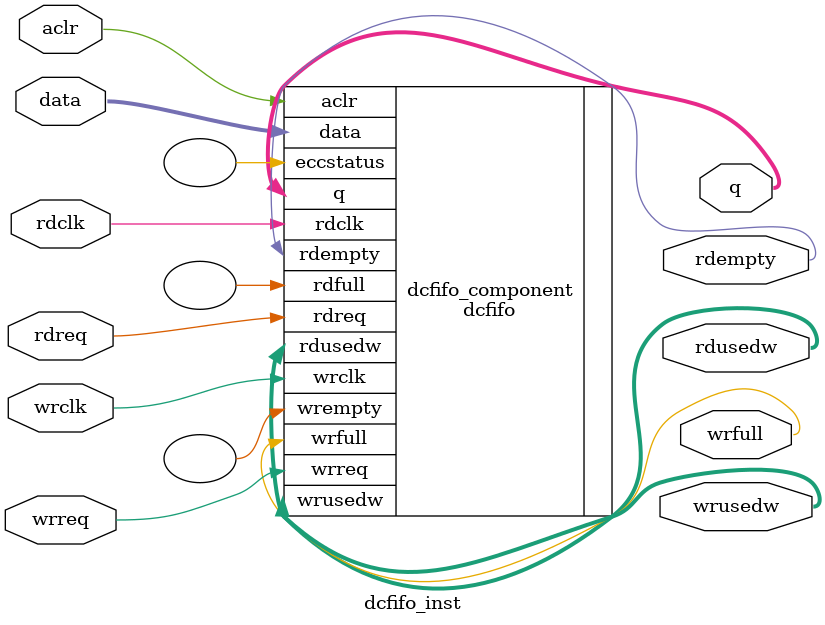
<source format=v>



`timescale 1 ps / 1 ps
// synopsys translate_on
module dcfifo_inst #(
    parameter DEVICE_FAMILY      = "Cyclone 10 GX",
    parameter NUMWORDS           = 32,
    parameter WIDTH              = 102,
    parameter WIDTHU             = 5,
    parameter OVERFLOW_CHECKING  = "OFF",
    parameter UNDERFLOW_CHECKING = "OFF"

) (
    input wire [WIDTH-1:0]   data,
    input wire               rdclk,
    input wire               rdreq,
    input wire               wrclk,
    input wire               wrreq,
    input wire               aclr,
    output wire [WIDTH-1:0]  q,
    output wire              rdempty,
    output wire              wrfull,
    output wire [WIDTHU-1:0] wrusedw,
    output wire [WIDTHU-1:0] rdusedw
);

    dcfifo  dcfifo_component (
      /* I */ .rdclk (rdclk),
      /* I */ .wrclk (wrclk),
      /* I */ .wrreq (wrreq),
      /* I */ .aclr (aclr),
      /* I */ .data (data),
      /* I */ .rdreq (rdreq),
      /* O */ .wrfull (wrfull),
      /* O */ .q (q),
      /* O */ .rdempty (rdempty),
      /* O */ .eccstatus (),
      /* O */ .rdfull (),
      /* O */ .rdusedw (rdusedw),
      /* O */ .wrempty (),
      /* O */ .wrusedw (wrusedw));
    defparam
      dcfifo_component.enable_ecc  = "FALSE",
      dcfifo_component.intended_device_family = DEVICE_FAMILY,
      dcfifo_component.lpm_hint  = "DISABLE_DCFIFO_EMBEDDED_TIMING_CONSTRAINT=TRUE",
      dcfifo_component.lpm_numwords = NUMWORDS,
      dcfifo_component.lpm_showahead = "OFF",
      dcfifo_component.lpm_type = "dcfifo",
      dcfifo_component.lpm_width = WIDTH,
      dcfifo_component.lpm_widthu = WIDTHU,
      dcfifo_component.overflow_checking = OVERFLOW_CHECKING,
      dcfifo_component.rdsync_delaypipe = 4,
      dcfifo_component.read_aclr_synch = "ON",
      dcfifo_component.underflow_checking = UNDERFLOW_CHECKING,
      dcfifo_component.use_eab = "ON",
      dcfifo_component.write_aclr_synch = "ON",
      dcfifo_component.wrsync_delaypipe = 4;

endmodule




</source>
